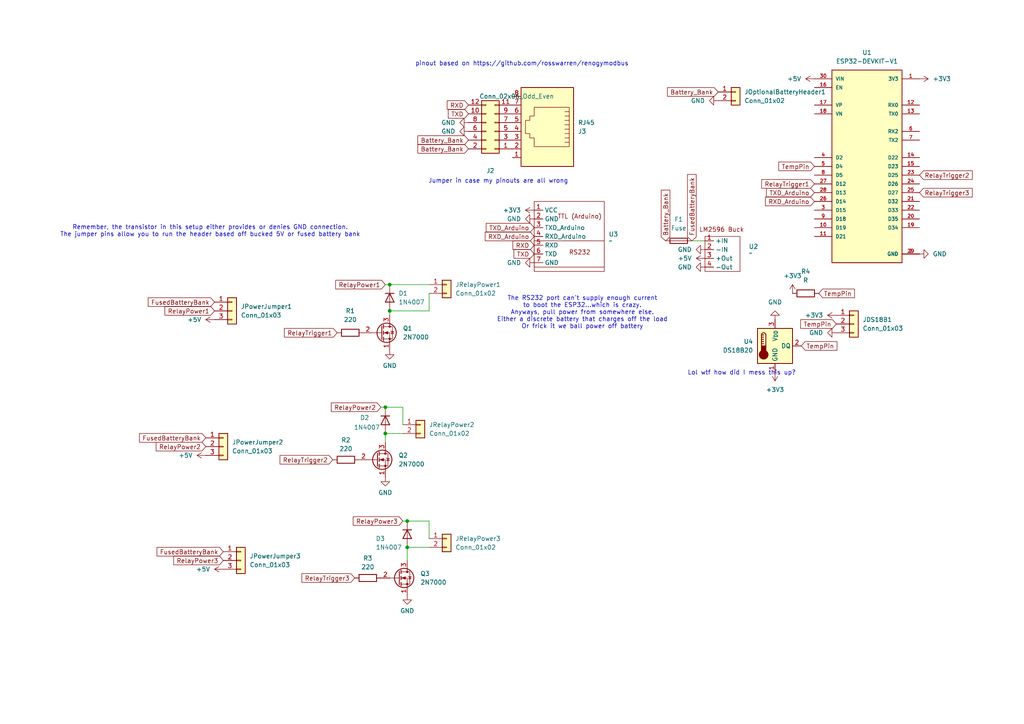
<source format=kicad_sch>
(kicad_sch (version 20231120) (generator "eeschema") (generator_version "8.0")
  (paper "A4")
  (lib_symbols
    (symbol "AE-Library:LM2596-AE"
      (property "Reference" "U" (at 0 0 0))
      (symbol "LM2596-AE_0_1"
        (rectangle (start 0 0) (end 10.16 -10.16))
      )
      (symbol "LM2596-AE_1_1"
        (text "LM2596 Buck" (at 4.826 2.032 0) (effects (font (size 1.27 1.27))))
        (pin input line (at 0 -1.27 0) (length 2.54) (name "+IN") (number "1"))
        (pin input line (at 0 -3.81 0) (length 2.54) (name "-IN") (number "2"))
        (pin input line (at 0 -6.35 0) (length 2.54) (name "+Out") (number "3"))
        (pin input line (at 0 -8.89 0) (length 2.54) (name "-Out") (number "4"))
      )
    )
    (symbol "AE-Library:TTL-RS232_Converter"
      (property "Reference" "U" (at 0 0 0))
      (symbol "TTL-RS232_Converter_0_1"
        (rectangle (start 0 -20.32) (end 20.32 -12.7))
        (rectangle (start 0 -1.27) (end 20.32 -21.59))
      )
      (symbol "TTL-RS232_Converter_1_1"
        (text "RS232" (at 13.208 -16.002 0) (effects (font (size 1.27 1.27))))
        (text "TTL (Arduino)" (at 13.208 -5.588 0) (effects (font (size 1.27 1.27))))
        (pin input line (at 0 -3.81 0) (length 2.54) (name "VCC") (number "1"))
        (pin input line (at 0 -6.35 0) (length 2.54) (name "GND") (number "2"))
        (pin input line (at 0 -8.89 0) (length 2.54) (name "TXD_Arduino") (number "3"))
        (pin input line (at 0 -11.43 0) (length 2.54) (name "RXD_Arduino") (number "4"))
        (pin input line (at 0 -13.97 0) (length 2.54) (name "RXD") (number "5"))
        (pin input line (at 0 -16.51 0) (length 2.54) (name "TXD") (number "6"))
        (pin input line (at 0 -19.05 0) (length 2.54) (name "GND") (number "7"))
      )
    )
    (symbol "Connector:RJ45" (pin_names (offset 1.016))
      (property "Reference" "J" (at -5.08 13.97 0))
      (property "Value" "RJ45" (at 2.54 13.97 0))
      (symbol "RJ45_0_1"
        (polyline (pts (xy -5.08 4.445) (xy -6.35 4.445)))
        (polyline (pts (xy -5.08 5.715) (xy -6.35 5.715)))
        (polyline (pts (xy -6.35 -3.175) (xy -5.08 -3.175) (xy -5.08 -3.175)))
        (polyline (pts (xy -6.35 -1.905) (xy -5.08 -1.905) (xy -5.08 -1.905)))
        (polyline (pts (xy -6.35 -0.635) (xy -5.08 -0.635) (xy -5.08 -0.635)))
        (polyline (pts (xy -6.35 0.635) (xy -5.08 0.635) (xy -5.08 0.635)))
        (polyline (pts (xy -6.35 1.905) (xy -5.08 1.905) (xy -5.08 1.905)))
        (polyline (pts (xy -5.08 3.175) (xy -6.35 3.175) (xy -6.35 3.175)))
        (polyline (pts (xy -6.35 -4.445) (xy -6.35 6.985) (xy 3.81 6.985) (xy 3.81 4.445) (xy 5.08 4.445) (xy 5.08 3.175) (xy 6.35 3.175) (xy 6.35 -0.635) (xy 5.08 -0.635) (xy 5.08 -1.905) (xy 3.81 -1.905) (xy 3.81 -4.445) (xy -6.35 -4.445) (xy -6.35 -4.445)))
        (rectangle (start 7.62 12.7) (end -7.62 -10.16) (stroke (width 0.254)) (fill (type background)))
      )
      (symbol "RJ45_1_1"
        (pin passive line (at 10.16 -7.62 180) (length 2.54) (name "~") (number "1"))
        (pin passive line (at 10.16 -5.08 180) (length 2.54) (name "~") (number "2"))
        (pin passive line (at 10.16 -2.54 180) (length 2.54) (name "~") (number "3"))
        (pin passive line (at 10.16 0 180) (length 2.54) (name "~") (number "4"))
        (pin passive line (at 10.16 2.54 180) (length 2.54) (name "~") (number "5"))
        (pin passive line (at 10.16 5.08 180) (length 2.54) (name "~") (number "6"))
        (pin passive line (at 10.16 7.62 180) (length 2.54) (name "~") (number "7"))
        (pin passive line (at 10.16 10.16 180) (length 2.54) (name "~") (number "8"))
      )
    )
    (symbol "Connector_Generic:Conn_01x02" (pin_names (offset 1.016) hide)
      (property "Reference" "J" (at 0 2.54 0))
      (property "Value" "Conn_01x02" (at 0 -5.08 0))
      (symbol "Conn_01x02_1_1"
        (rectangle (start -1.27 -2.413) (end 0 -2.667) (stroke (width 0.1524)))
        (rectangle (start -1.27 0.127) (end 0 -0.127) (stroke (width 0.1524)))
        (rectangle (start -1.27 1.27) (end 1.27 -3.81) (stroke (width 0.254)) (fill (type background)))
        (pin passive line (at -5.08 0 0) (length 3.81) (name "Pin_1") (number "1"))
        (pin passive line (at -5.08 -2.54 0) (length 3.81) (name "Pin_2") (number "2"))
      )
    )
    (symbol "Connector_Generic:Conn_01x03" (pin_names (offset 1.016) hide)
      (property "Reference" "J" (at 0 5.08 0))
      (property "Value" "Conn_01x03" (at 0 -5.08 0))
      (symbol "Conn_01x03_1_1"
        (rectangle (start -1.27 -2.413) (end 0 -2.667) (stroke (width 0.1524)))
        (rectangle (start -1.27 0.127) (end 0 -0.127) (stroke (width 0.1524)))
        (rectangle (start -1.27 2.667) (end 0 2.413) (stroke (width 0.1524)))
        (rectangle (start -1.27 3.81) (end 1.27 -3.81) (stroke (width 0.254)) (fill (type background)))
        (pin passive line (at -5.08 2.54 0) (length 3.81) (name "Pin_1") (number "1"))
        (pin passive line (at -5.08 0 0) (length 3.81) (name "Pin_2") (number "2"))
        (pin passive line (at -5.08 -2.54 0) (length 3.81) (name "Pin_3") (number "3"))
      )
    )
    (symbol "Connector_Generic:Conn_02x06_Odd_Even" (pin_names (offset 1.016) hide)
      (property "Reference" "J" (at 1.27 7.62 0))
      (property "Value" "Conn_02x06_Odd_Even" (at 1.27 -10.16 0))
      (symbol "Conn_02x06_Odd_Even_1_1"
        (rectangle (start -1.27 -7.493) (end 0 -7.747) (stroke (width 0.1524)))
        (rectangle (start -1.27 -4.953) (end 0 -5.207) (stroke (width 0.1524)))
        (rectangle (start -1.27 -2.413) (end 0 -2.667) (stroke (width 0.1524)))
        (rectangle (start -1.27 0.127) (end 0 -0.127) (stroke (width 0.1524)))
        (rectangle (start -1.27 2.667) (end 0 2.413) (stroke (width 0.1524)))
        (rectangle (start -1.27 5.207) (end 0 4.953) (stroke (width 0.1524)))
        (rectangle (start -1.27 6.35) (end 3.81 -8.89) (stroke (width 0.254)) (fill (type background)))
        (rectangle (start 3.81 -7.493) (end 2.54 -7.747) (stroke (width 0.1524)))
        (rectangle (start 3.81 -4.953) (end 2.54 -5.207) (stroke (width 0.1524)))
        (rectangle (start 3.81 -2.413) (end 2.54 -2.667) (stroke (width 0.1524)))
        (rectangle (start 3.81 0.127) (end 2.54 -0.127) (stroke (width 0.1524)))
        (rectangle (start 3.81 2.667) (end 2.54 2.413) (stroke (width 0.1524)))
        (rectangle (start 3.81 5.207) (end 2.54 4.953) (stroke (width 0.1524)))
        (pin passive line (at -5.08 5.08 0) (length 3.81) (name "Pin_1") (number "1"))
        (pin passive line (at 7.62 -5.08 180) (length 3.81) (name "Pin_10") (number "10"))
        (pin passive line (at -5.08 -7.62 0) (length 3.81) (name "Pin_11") (number "11"))
        (pin passive line (at 7.62 -7.62 180) (length 3.81) (name "Pin_12") (number "12"))
        (pin passive line (at 7.62 5.08 180) (length 3.81) (name "Pin_2") (number "2"))
        (pin passive line (at -5.08 2.54 0) (length 3.81) (name "Pin_3") (number "3"))
        (pin passive line (at 7.62 2.54 180) (length 3.81) (name "Pin_4") (number "4"))
        (pin passive line (at -5.08 0 0) (length 3.81) (name "Pin_5") (number "5"))
        (pin passive line (at 7.62 0 180) (length 3.81) (name "Pin_6") (number "6"))
        (pin passive line (at -5.08 -2.54 0) (length 3.81) (name "Pin_7") (number "7"))
        (pin passive line (at 7.62 -2.54 180) (length 3.81) (name "Pin_8") (number "8"))
        (pin passive line (at -5.08 -5.08 0) (length 3.81) (name "Pin_9") (number "9"))
      )
    )
    (symbol "Device:Fuse" (pin_numbers hide) (pin_names (offset 0))
      (property "Reference" "F" (at 2.032 0 90))
      (property "Value" "Fuse" (at -1.905 0 90))
      (symbol "Fuse_0_1"
        (rectangle (start -0.762 -2.54) (end 0.762 2.54) (stroke (width 0.254)))
        (polyline (pts (xy 0 2.54) (xy 0 -2.54)))
      )
      (symbol "Fuse_1_1"
        (pin passive line (at 0 3.81 270) (length 1.27) (name "~") (number "1"))
        (pin passive line (at 0 -3.81 90) (length 1.27) (name "~") (number "2"))
      )
    )
    (symbol "Device:R" (pin_numbers hide) (pin_names (offset 0))
      (property "Reference" "R" (at 2.032 0 90))
      (property "Value" "R" (at 0 0 90))
      (symbol "R_0_1"
        (rectangle (start -1.016 -2.54) (end 1.016 2.54) (stroke (width 0.254)))
      )
      (symbol "R_1_1"
        (pin passive line (at 0 3.81 270) (length 1.27) (name "~") (number "1"))
        (pin passive line (at 0 -3.81 90) (length 1.27) (name "~") (number "2"))
      )
    )
    (symbol "Diode:1N4007" (pin_numbers hide) (pin_names hide)
      (property "Reference" "D" (at 0 2.54 0))
      (property "Value" "1N4007" (at 0 -2.54 0))
      (symbol "1N4007_0_1"
        (polyline (pts (xy -1.27 1.27) (xy -1.27 -1.27)) (stroke (width 0.254)))
        (polyline (pts (xy 1.27 0) (xy -1.27 0)))
        (polyline (pts (xy 1.27 1.27) (xy 1.27 -1.27) (xy -1.27 0) (xy 1.27 1.27)) (stroke (width 0.254)))
      )
      (symbol "1N4007_1_1"
        (pin passive line (at -3.81 0 0) (length 2.54) (name "K") (number "1"))
        (pin passive line (at 3.81 0 180) (length 2.54) (name "A") (number "2"))
      )
    )
    (symbol "Sensor_Temperature:DS18B20"
      (property "Reference" "U" (at -3.81 6.35 0))
      (property "Value" "DS18B20" (at 6.35 6.35 0))
      (symbol "DS18B20_0_1"
        (rectangle (start -5.08 5.08) (end 5.08 -5.08) (stroke (width 0.254)) (fill (type background)))
        (circle (center -3.302 -2.54) (radius 1.27) (stroke (width 0.254)) (fill (type outline)))
        (rectangle (start -2.667 -1.905) (end -3.937 0) (stroke (width 0.254)) (fill (type outline)))
        (arc (start -2.667 3.175) (mid -3.302 3.8073) (end -3.937 3.175) (stroke (width 0.254)))
        (polyline (pts (xy -3.937 0.635) (xy -3.302 0.635)) (stroke (width 0.254)))
        (polyline (pts (xy -3.937 1.27) (xy -3.302 1.27)) (stroke (width 0.254)))
        (polyline (pts (xy -3.937 1.905) (xy -3.302 1.905)) (stroke (width 0.254)))
        (polyline (pts (xy -3.937 2.54) (xy -3.302 2.54)) (stroke (width 0.254)))
        (polyline (pts (xy -3.937 3.175) (xy -3.937 0)) (stroke (width 0.254)))
        (polyline (pts (xy -3.937 3.175) (xy -3.302 3.175)) (stroke (width 0.254)))
        (polyline (pts (xy -2.667 3.175) (xy -2.667 0)) (stroke (width 0.254)))
      )
      (symbol "DS18B20_1_1"
        (pin power_in line (at 0 -7.62 90) (length 2.54) (name "GND") (number "1"))
        (pin bidirectional line (at 7.62 0 180) (length 2.54) (name "DQ") (number "2"))
        (pin power_in line (at 0 7.62 270) (length 2.54) (name "V_{DD}") (number "3"))
      )
    )
    (symbol "Transistor_FET:2N7000" (pin_names hide)
      (property "Reference" "Q" (at 5.08 1.905 0))
      (property "Value" "2N7000" (at 5.08 0 0))
      (symbol "2N7000_0_1"
        (polyline (pts (xy 0.254 0) (xy -2.54 0)))
        (polyline (pts (xy 0.254 1.905) (xy 0.254 -1.905)) (stroke (width 0.254)))
        (polyline (pts (xy 0.762 -1.27) (xy 0.762 -2.286)) (stroke (width 0.254)))
        (polyline (pts (xy 0.762 0.508) (xy 0.762 -0.508)) (stroke (width 0.254)))
        (polyline (pts (xy 0.762 2.286) (xy 0.762 1.27)) (stroke (width 0.254)))
        (polyline (pts (xy 2.54 2.54) (xy 2.54 1.778)))
        (polyline (pts (xy 2.54 -2.54) (xy 2.54 0) (xy 0.762 0)))
        (polyline (pts (xy 0.762 -1.778) (xy 3.302 -1.778) (xy 3.302 1.778) (xy 0.762 1.778)))
        (polyline (pts (xy 1.016 0) (xy 2.032 0.381) (xy 2.032 -0.381) (xy 1.016 0)) (fill (type outline)))
        (polyline (pts (xy 2.794 0.508) (xy 2.921 0.381) (xy 3.683 0.381) (xy 3.81 0.254)))
        (polyline (pts (xy 3.302 0.381) (xy 2.921 -0.254) (xy 3.683 -0.254) (xy 3.302 0.381)))
        (circle (center 1.651 0) (radius 2.794) (stroke (width 0.254)))
        (circle (center 2.54 -1.778) (radius 0.254) (fill (type outline)))
        (circle (center 2.54 1.778) (radius 0.254) (fill (type outline)))
      )
      (symbol "2N7000_1_1"
        (pin passive line (at 2.54 -5.08 90) (length 2.54) (name "S") (number "1"))
        (pin input line (at -5.08 0 0) (length 2.54) (name "G") (number "2"))
        (pin passive line (at 2.54 5.08 270) (length 2.54) (name "D") (number "3"))
      )
    )
    (symbol "esp32 devkit2:ESP32-DEVKIT-V1" (pin_names (offset 1.016))
      (property "Reference" "U" (at -10.16 30.48 0))
      (property "Value" "ESP32-DEVKIT-V1" (at -10.16 -30.48 0))
      (symbol "ESP32-DEVKIT-V1_0_0"
        (rectangle (start -10.16 -27.94) (end 10.16 27.94) (stroke (width 0.254)) (fill (type background)))
        (pin output line (at 15.24 25.4 180) (length 5.08) (name "3V3") (number "1"))
        (pin bidirectional line (at -15.24 -17.78 0) (length 5.08) (name "D19") (number "10"))
        (pin bidirectional line (at -15.24 -20.32 0) (length 5.08) (name "D21") (number "11"))
        (pin input line (at 15.24 17.78 180) (length 5.08) (name "RX0") (number "12"))
        (pin output line (at 15.24 15.24 180) (length 5.08) (name "TX0") (number "13"))
        (pin bidirectional line (at 15.24 2.54 180) (length 5.08) (name "D22") (number "14"))
        (pin bidirectional line (at 15.24 0 180) (length 5.08) (name "D23") (number "15"))
        (pin input line (at -15.24 22.86 0) (length 5.08) (name "EN") (number "16"))
        (pin bidirectional line (at -15.24 17.78 0) (length 5.08) (name "VP") (number "17"))
        (pin bidirectional line (at -15.24 15.24 0) (length 5.08) (name "VN") (number "18"))
        (pin bidirectional line (at 15.24 -17.78 180) (length 5.08) (name "D34") (number "19"))
        (pin power_in line (at 15.24 -25.4 180) (length 5.08) (name "GND") (number "2"))
        (pin bidirectional line (at 15.24 -15.24 180) (length 5.08) (name "D35") (number "20"))
        (pin bidirectional line (at 15.24 -10.16 180) (length 5.08) (name "D32") (number "21"))
        (pin bidirectional line (at 15.24 -12.7 180) (length 5.08) (name "D33") (number "22"))
        (pin bidirectional line (at 15.24 -2.54 180) (length 5.08) (name "D25") (number "23"))
        (pin bidirectional line (at 15.24 -5.08 180) (length 5.08) (name "D26") (number "24"))
        (pin bidirectional line (at 15.24 -7.62 180) (length 5.08) (name "D27") (number "25"))
        (pin bidirectional line (at -15.24 -10.16 0) (length 5.08) (name "D14") (number "26"))
        (pin bidirectional line (at -15.24 -5.08 0) (length 5.08) (name "D12") (number "27"))
        (pin bidirectional line (at -15.24 -7.62 0) (length 5.08) (name "D13") (number "28"))
        (pin power_in line (at 15.24 -25.4 180) (length 5.08) (name "GND") (number "29"))
        (pin bidirectional line (at -15.24 -12.7 0) (length 5.08) (name "D15") (number "3"))
        (pin input line (at -15.24 25.4 0) (length 5.08) (name "VIN") (number "30"))
        (pin bidirectional line (at -15.24 2.54 0) (length 5.08) (name "D2") (number "4"))
        (pin bidirectional line (at -15.24 0 0) (length 5.08) (name "D4") (number "5"))
        (pin input line (at 15.24 10.16 180) (length 5.08) (name "RX2") (number "6"))
        (pin output line (at 15.24 7.62 180) (length 5.08) (name "TX2") (number "7"))
        (pin bidirectional line (at -15.24 -2.54 0) (length 5.08) (name "D5") (number "8"))
        (pin bidirectional line (at -15.24 -15.24 0) (length 5.08) (name "D18") (number "9"))
      )
    )
    (symbol "power:+3V3" (power) (pin_numbers hide) (pin_names (offset 0) hide)
      (property "Value" "+3V3" (at 0 3.556 0))
      (symbol "+3V3_0_1"
        (polyline (pts (xy -0.762 1.27) (xy 0 2.54)))
        (polyline (pts (xy 0 0) (xy 0 2.54)))
        (polyline (pts (xy 0 2.54) (xy 0.762 1.27)))
      )
      (symbol "+3V3_1_1"
        (pin power_in line (at 0 0 90) (length 0) (name "~") (number "1"))
      )
    )
    (symbol "power:+5V" (power) (pin_numbers hide) (pin_names (offset 0) hide)
      (property "Value" "+5V" (at 0 3.556 0))
      (symbol "+5V_0_1"
        (polyline (pts (xy -0.762 1.27) (xy 0 2.54)))
        (polyline (pts (xy 0 0) (xy 0 2.54)))
        (polyline (pts (xy 0 2.54) (xy 0.762 1.27)))
      )
      (symbol "+5V_1_1"
        (pin power_in line (at 0 0 90) (length 0) (name "~") (number "1"))
      )
    )
    (symbol "power:GND" (power) (pin_numbers hide) (pin_names (offset 0) hide)
      (property "Value" "GND" (at 0 -3.81 0))
      (symbol "GND_0_1"
        (polyline (pts (xy 0 0) (xy 0 -1.27) (xy 1.27 -1.27) (xy 0 -2.54) (xy -1.27 -1.27) (xy 0 -1.27)))
      )
      (symbol "GND_1_1"
        (pin power_in line (at 0 0 270) (length 0) (name "~") (number "1"))
      )
    )
  )
  (junction (at 111.76 118.11))
  (junction (at 118.11 158.75))
  (junction (at 113.03 82.55))
  (junction (at 113.03 90.17))
  (junction (at 118.11 151.13))
  (junction (at 111.76 125.73))
  (wire (pts (xy 111.76 82.55) (xy 113.03 82.55)))
  (wire (pts (xy 116.84 151.13) (xy 118.11 151.13)))
  (wire (pts (xy 110.49 118.11) (xy 111.76 118.11)))
  (wire (pts (xy 118.11 158.75) (xy 124.46 158.75)))
  (wire (pts (xy 124.46 151.13) (xy 118.11 151.13)))
  (wire (pts (xy 116.84 118.11) (xy 111.76 118.11)))
  (wire (pts (xy 113.03 82.55) (xy 124.46 82.55)))
  (wire (pts (xy 116.84 123.19) (xy 116.84 118.11)))
  (wire (pts (xy 200.66 69.85) (xy 204.47 69.85)))
  (wire (pts (xy 118.11 158.75) (xy 118.11 162.56)))
  (wire (pts (xy 124.46 156.21) (xy 124.46 151.13)))
  (wire (pts (xy 111.76 125.73) (xy 116.84 125.73)))
  (wire (pts (xy 111.76 125.73) (xy 111.76 128.27)))
  (wire (pts (xy 113.03 90.17) (xy 113.03 91.44)))
  (wire (pts (xy 124.46 90.17) (xy 124.46 85.09)))
  (wire (pts (xy 113.03 90.17) (xy 124.46 90.17)))
  (text "Lol wtf how did I mess this up?" (at 215.138 108.204 0) (effects (font (size 1.27 1.27))))
  (text "The RS232 port can't supply enough current\n to boot the ESP32...which is crazy. \nAnyways, pull power from somewhere else.\nEither a discrete battery that charges off the load\nOr frick it we ball power off battery" (at 168.91 90.678 0) (effects (font (size 1.27 1.27))))
  (text "Remember, the transistor in this setup either provides or denies GND connection.\nThe jumper pins allow you to run the header based off bucked 5V or fused battery bank" (at 60.96 67.056 0) (effects (font (size 1.27 1.27))))
  (text "Jumper in case my pinouts are all wrong" (at 144.526 52.578 0) (effects (font (size 1.27 1.27))))
  (text "pinout based on https://github.com/rosswarren/renogymodbus" (at 151.384 18.542 0) (effects (font (size 1.27 1.27))))
  (global_label "RelayTrigger2" (shape input) (at 96.52 133.35 180) (property "Intersheetrefs" "${INTERSHEET_REFS}" (effects (hide yes))))
  (global_label "RelayPower2" (shape input) (at 110.49 118.11 180) (property "Intersheetrefs" "${INTERSHEET_REFS}" (effects (hide yes))))
  (global_label "Battery_Bank" (shape input) (at 135.89 43.18 180) (property "Intersheetrefs" "${INTERSHEET_REFS}" (effects (hide yes))))
  (global_label "RXD" (shape input) (at 135.89 30.48 180) (property "Intersheetrefs" "${INTERSHEET_REFS}" (effects (hide yes))))
  (global_label "TempPin" (shape input) (at 242.57 93.98 180) (property "Intersheetrefs" "${INTERSHEET_REFS}" (effects (hide yes))))
  (global_label "RelayTrigger1" (shape input) (at 97.79 96.52 180) (property "Intersheetrefs" "${INTERSHEET_REFS}" (effects (hide yes))))
  (global_label "Battery_Bank" (shape input) (at 208.28 26.67 180) (property "Intersheetrefs" "${INTERSHEET_REFS}" (effects (hide yes))))
  (global_label "RelayTrigger3" (shape input) (at 102.87 167.64 180) (property "Intersheetrefs" "${INTERSHEET_REFS}" (effects (hide yes))))
  (global_label "RelayTrigger3" (shape input) (at 266.7 55.88 0) (property "Intersheetrefs" "${INTERSHEET_REFS}" (effects (hide yes))))
  (global_label "RelayPower3" (shape input) (at 116.84 151.13 180) (property "Intersheetrefs" "${INTERSHEET_REFS}" (effects (hide yes))))
  (global_label "TempPin" (shape input) (at 237.49 85.09 0) (property "Intersheetrefs" "${INTERSHEET_REFS}" (effects (hide yes))))
  (global_label "RelayPower1" (shape input) (at 111.76 82.55 180) (property "Intersheetrefs" "${INTERSHEET_REFS}" (effects (hide yes))))
  (global_label "RelayTrigger2" (shape input) (at 266.7 50.8 0) (property "Intersheetrefs" "${INTERSHEET_REFS}" (effects (hide yes))))
  (global_label "RelayPower3" (shape input) (at 64.77 162.56 180) (property "Intersheetrefs" "${INTERSHEET_REFS}" (effects (hide yes))))
  (global_label "Battery_Bank" (shape input) (at 135.89 40.64 180) (property "Intersheetrefs" "${INTERSHEET_REFS}" (effects (hide yes))))
  (global_label "Battery_Bank" (shape input) (at 193.04 69.85 90) (property "Intersheetrefs" "${INTERSHEET_REFS}" (effects (hide yes))))
  (global_label "TXD_Arduino" (shape input) (at 236.22 55.88 180) (property "Intersheetrefs" "${INTERSHEET_REFS}" (effects (hide yes))))
  (global_label "RXD_Arduino" (shape input) (at 236.22 58.42 180) (property "Intersheetrefs" "${INTERSHEET_REFS}" (effects (hide yes))))
  (global_label "RXD_Arduino" (shape input) (at 154.94 68.58 180) (property "Intersheetrefs" "${INTERSHEET_REFS}" (effects (hide yes))))
  (global_label "FusedBatteryBank" (shape input) (at 64.77 160.02 180) (property "Intersheetrefs" "${INTERSHEET_REFS}" (effects (hide yes))))
  (global_label "TXD" (shape input) (at 154.94 73.66 180) (property "Intersheetrefs" "${INTERSHEET_REFS}" (effects (hide yes))))
  (global_label "RXD" (shape input) (at 154.94 71.12 180) (property "Intersheetrefs" "${INTERSHEET_REFS}" (effects (hide yes))))
  (global_label "TempPin" (shape input) (at 232.41 100.33 0) (property "Intersheetrefs" "${INTERSHEET_REFS}" (effects (hide yes))))
  (global_label "FusedBatteryBank" (shape input) (at 62.23 87.63 180) (property "Intersheetrefs" "${INTERSHEET_REFS}" (effects (hide yes))))
  (global_label "RelayTrigger1" (shape input) (at 236.22 53.34 180) (property "Intersheetrefs" "${INTERSHEET_REFS}" (effects (hide yes))))
  (global_label "RelayPower1" (shape input) (at 62.23 90.17 180) (property "Intersheetrefs" "${INTERSHEET_REFS}" (effects (hide yes))))
  (global_label "TXD" (shape input) (at 135.89 33.02 180) (property "Intersheetrefs" "${INTERSHEET_REFS}" (effects (hide yes))))
  (global_label "FusedBatteryBank" (shape input) (at 59.69 127 180) (property "Intersheetrefs" "${INTERSHEET_REFS}" (effects (hide yes))))
  (global_label "FusedBatteryBank" (shape input) (at 200.66 69.85 90) (property "Intersheetrefs" "${INTERSHEET_REFS}" (effects (hide yes))))
  (global_label "TXD_Arduino" (shape input) (at 154.94 66.04 180) (property "Intersheetrefs" "${INTERSHEET_REFS}" (effects (hide yes))))
  (global_label "RelayPower2" (shape input) (at 59.69 129.54 180) (property "Intersheetrefs" "${INTERSHEET_REFS}" (effects (hide yes))))
  (global_label "TempPin" (shape input) (at 236.22 48.26 180) (property "Intersheetrefs" "${INTERSHEET_REFS}" (effects (hide yes))))
  (symbol (lib_id "power:GND") (at 111.76 138.43 0) (unit 1)
    (property "Reference" "#PWR015" (effects (hide yes)))
    (property "Value" "GND" (at 111.76 142.875 0))
  )
  (symbol (lib_id "Connector_Generic:Conn_01x02") (at 121.92 123.19 0) (unit 1)
    (property "Reference" "JRelayPower2" (at 124.46 123.1899 0) (effects (justify left)))
    (property "Value" "Conn_01x02" (at 124.46 125.7299 0) (effects (justify left)))
    (property "Footprint" "Connector_JST:JST_EH_B2B-EH-A_1x02_P2.50mm_Vertical" (effects (hide yes)))
    (property "Description" "Generic connector, single row, 01x02, script generated (kicad-library-utils/schlib/autogen/connector/)" (effects (hide yes)))
  )
  (symbol (lib_id "Diode:1N4007") (at 113.03 86.36 270) (unit 1)
    (property "Reference" "D1" (at 115.57 85.0899 90) (effects (justify left)))
    (property "Value" "1N4007" (at 115.57 87.6299 90) (effects (justify left)))
    (property "Footprint" "Diode_THT:D_DO-41_SOD81_P10.16mm_Horizontal" (effects (hide yes)))
    (property "Datasheet" "http://www.vishay.com/docs/88503/1n4001.pdf" (effects (hide yes)))
  )
  (symbol (lib_id "power:GND") (at 135.89 38.1 270) (unit 1)
    (property "Reference" "#PWR02" (effects (hide yes)))
    (property "Value" "GND" (at 132.08 38.1001 90) (effects (justify right)))
    (property "Description" "Power symbol creates a global label with name \"GND\" , ground" (effects (hide yes)))
  )
  (symbol (lib_id "power:+5V") (at 64.77 165.1 90) (unit 1)
    (property "Reference" "#PWR016" (effects (hide yes)))
    (property "Value" "+5V" (at 60.96 165.0999 90) (effects (justify left)))
    (property "Description" "Power symbol creates a global label with name \"+5V\"" (effects (hide yes)))
  )
  (symbol (lib_id "Device:R") (at 233.68 85.09 90) (unit 1)
    (property "Reference" "R4" (at 233.68 78.74 90))
    (property "Value" "R" (at 233.68 81.28 90))
    (property "Footprint" "Resistor_THT:R_Axial_DIN0411_L9.9mm_D3.6mm_P12.70mm_Horizontal" (effects (hide yes)))
    (property "Description" "Resistor" (effects (hide yes)))
  )
  (symbol (lib_id "Transistor_FET:2N7000") (at 110.49 96.52 0) (unit 1)
    (property "Reference" "Q1" (at 116.84 95.2499 0) (effects (justify left)))
    (property "Value" "2N7000" (at 116.84 97.7899 0) (effects (justify left)))
    (property "Footprint" "Package_TO_SOT_THT:TO-92_Inline" (effects (hide yes)))
    (property "Datasheet" "https://www.vishay.com/docs/70226/70226.pdf" (effects (hide yes)))
  )
  (symbol (lib_id "Connector_Generic:Conn_01x03") (at 64.77 129.54 0) (unit 1)
    (property "Reference" "JPowerJumper2" (at 67.31 128.2699 0) (effects (justify left)))
    (property "Value" "Conn_01x03" (at 67.31 130.8099 0) (effects (justify left)))
    (property "Footprint" "Connector_JST:JST_EH_B3B-EH-A_1x03_P2.50mm_Vertical" (effects (hide yes)))
    (property "Description" "Generic connector, single row, 01x03, script generated (kicad-library-utils/schlib/autogen/connector/)" (effects (hide yes)))
  )
  (symbol (lib_id "Connector_Generic:Conn_01x02") (at 129.54 82.55 0) (unit 1)
    (property "Reference" "JRelayPower1" (at 132.08 82.5499 0) (effects (justify left)))
    (property "Value" "Conn_01x02" (at 132.08 85.0899 0) (effects (justify left)))
    (property "Footprint" "Connector_JST:JST_EH_B2B-EH-A_1x02_P2.50mm_Vertical" (effects (hide yes)))
    (property "Description" "Generic connector, single row, 01x02, script generated (kicad-library-utils/schlib/autogen/connector/)" (effects (hide yes)))
  )
  (symbol (lib_id "power:GND") (at 208.28 29.21 270) (unit 1)
    (property "Reference" "#PWR020" (effects (hide yes)))
    (property "Value" "GND" (at 204.47 29.2099 90) (effects (justify right)))
    (property "Description" "Power symbol creates a global label with name \"GND\" , ground" (effects (hide yes)))
  )
  (symbol (lib_id "Sensor_Temperature:DS18B20") (at 224.79 100.33 0) (unit 1)
    (property "Reference" "U4" (at 218.44 99.0599 0) (effects (justify right)))
    (property "Value" "DS18B20" (at 218.44 101.5999 0) (effects (justify right)))
    (property "Footprint" "Package_TO_SOT_THT:TO-92_Inline" (effects (hide yes)))
    (property "Datasheet" "http://datasheets.maximintegrated.com/en/ds/DS18B20.pdf" (effects (hide yes)))
    (property "Description" "Programmable Resolution 1-Wire Digital Thermometer TO-92" (effects (hide yes)))
  )
  (symbol (lib_id "AE-Library:LM2596-AE") (at 204.47 68.58 0) (unit 1)
    (property "Reference" "U2" (at 217.17 71.4981 0) (effects (justify left)))
    (property "Value" "~" (at 217.17 73.4032 0) (effects (justify left)))
    (property "Footprint" "AE-Library:LM2596-AE" (effects (hide yes)))
  )
  (symbol (lib_id "Device:R") (at 106.68 167.64 90) (unit 1)
    (property "Reference" "R3" (at 106.68 161.925 90))
    (property "Value" "220" (at 106.68 164.465 90))
    (property "Footprint" "Resistor_THT:R_Axial_DIN0411_L9.9mm_D3.6mm_P12.70mm_Horizontal" (effects (hide yes)))
  )
  (symbol (lib_id "power:+3V3") (at 242.57 91.44 90) (unit 1)
    (property "Reference" "#PWR019" (effects (hide yes)))
    (property "Value" "+3V3" (at 238.76 91.4399 90) (effects (justify left)))
    (property "Description" "Power symbol creates a global label with name \"+3V3\"" (effects (hide yes)))
  )
  (symbol (lib_id "power:+3V3") (at 224.79 107.95 180) (unit 1)
    (property "Reference" "#PWR021" (effects (hide yes)))
    (property "Value" "+3V3" (at 224.79 113.03 0))
    (property "Description" "Power symbol creates a global label with name \"+3V3\"" (effects (hide yes)))
  )
  (symbol (lib_id "power:GND") (at 224.79 92.71 180) (unit 1)
    (property "Reference" "#PWR023" (effects (hide yes)))
    (property "Value" "GND" (at 224.79 87.63 0))
    (property "Description" "Power symbol creates a global label with name \"GND\" , ground" (effects (hide yes)))
  )
  (symbol (lib_id "power:GND") (at 113.03 101.6 0) (unit 1)
    (property "Reference" "#PWR013" (effects (hide yes)))
    (property "Value" "GND" (at 113.03 106.045 0))
  )
  (symbol (lib_id "Transistor_FET:2N7000") (at 115.57 167.64 0) (unit 1)
    (property "Reference" "Q3" (at 121.92 166.3699 0) (effects (justify left)))
    (property "Value" "2N7000" (at 121.92 168.9099 0) (effects (justify left)))
    (property "Footprint" "Package_TO_SOT_THT:TO-92_Inline" (effects (hide yes)))
    (property "Datasheet" "https://www.vishay.com/docs/70226/70226.pdf" (effects (hide yes)))
  )
  (symbol (lib_id "Connector_Generic:Conn_01x02") (at 129.54 156.21 0) (unit 1)
    (property "Reference" "JRelayPower3" (at 132.08 156.2099 0) (effects (justify left)))
    (property "Value" "Conn_01x02" (at 132.08 158.7499 0) (effects (justify left)))
    (property "Footprint" "Connector_JST:JST_EH_B2B-EH-A_1x02_P2.50mm_Vertical" (effects (hide yes)))
    (property "Description" "Generic connector, single row, 01x02, script generated (kicad-library-utils/schlib/autogen/connector/)" (effects (hide yes)))
  )
  (symbol (lib_id "power:GND") (at 118.11 172.72 0) (unit 1)
    (property "Reference" "#PWR017" (effects (hide yes)))
    (property "Value" "GND" (at 118.11 177.165 0))
  )
  (symbol (lib_id "power:+5V") (at 204.47 74.93 90) (unit 1)
    (property "Reference" "#PWR05" (effects (hide yes)))
    (property "Value" "+5V" (at 200.66 74.9299 90) (effects (justify left)))
    (property "Description" "Power symbol creates a global label with name \"+5V\"" (effects (hide yes)))
  )
  (symbol (lib_id "power:+5V") (at 59.69 132.08 90) (unit 1)
    (property "Reference" "#PWR014" (effects (hide yes)))
    (property "Value" "+5V" (at 55.88 132.0799 90) (effects (justify left)))
    (property "Description" "Power symbol creates a global label with name \"+5V\"" (effects (hide yes)))
  )
  (symbol (lib_id "power:+3V3") (at 229.87 85.09 0) (unit 1)
    (property "Reference" "#PWR018" (effects (hide yes)))
    (property "Value" "+3V3" (at 229.87 80.01 0))
    (property "Description" "Power symbol creates a global label with name \"+3V3\"" (effects (hide yes)))
  )
  (symbol (lib_id "Connector_Generic:Conn_01x03") (at 69.85 162.56 0) (unit 1)
    (property "Reference" "JPowerJumper3" (at 72.39 161.2899 0) (effects (justify left)))
    (property "Value" "Conn_01x03" (at 72.39 163.8299 0) (effects (justify left)))
    (property "Footprint" "Connector_JST:JST_EH_B3B-EH-A_1x03_P2.50mm_Vertical" (effects (hide yes)))
    (property "Description" "Generic connector, single row, 01x03, script generated (kicad-library-utils/schlib/autogen/connector/)" (effects (hide yes)))
  )
  (symbol (lib_id "power:GND") (at 204.47 72.39 270) (unit 1)
    (property "Reference" "#PWR03" (effects (hide yes)))
    (property "Value" "GND" (at 200.66 72.3899 90) (effects (justify right)))
    (property "Description" "Power symbol creates a global label with name \"GND\" , ground" (effects (hide yes)))
  )
  (symbol (lib_id "power:GND") (at 154.94 76.2 270) (unit 1)
    (property "Reference" "#PWR09" (effects (hide yes)))
    (property "Value" "GND" (at 151.13 76.2001 90) (effects (justify right)))
    (property "Description" "Power symbol creates a global label with name \"GND\" , ground" (effects (hide yes)))
  )
  (symbol (lib_id "Connector_Generic:Conn_01x03") (at 247.65 93.98 0) (unit 1)
    (property "Reference" "JDS18B1" (at 250.19 92.7099 0) (effects (justify left)))
    (property "Value" "Conn_01x03" (at 250.19 95.2499 0) (effects (justify left)))
    (property "Footprint" "Connector_JST:JST_EH_B3B-EH-A_1x03_P2.50mm_Vertical" (effects (hide yes)))
  )
  (symbol (lib_id "power:+3V3") (at 266.7 22.86 270) (unit 1)
    (property "Reference" "#PWR010" (effects (hide yes)))
    (property "Value" "+3V3" (at 270.51 22.8599 90) (effects (justify left)))
    (property "Description" "Power symbol creates a global label with name \"+3V3\"" (effects (hide yes)))
  )
  (symbol (lib_id "AE-Library:TTL-RS232_Converter") (at 154.94 57.15 0) (unit 1)
    (property "Reference" "U3" (at 176.53 67.9449 0) (effects (justify left)))
    (property "Value" "~" (at 176.53 69.85 0) (effects (justify left)))
    (property "Footprint" "AE-Library:TTL-RS232 Converter" (effects (hide yes)))
  )
  (symbol (lib_id "Connector_Generic:Conn_02x06_Odd_Even") (at 143.51 38.1 180) (unit 1)
    (property "Reference" "J2" (at 142.24 49.53 0))
    (property "Value" "Conn_02x06_Odd_Even" (at 149.86 27.94 0))
    (property "Footprint" "Connector_PinHeader_2.54mm:PinHeader_2x06_P2.54mm_Vertical" (effects (hide yes)))
    (property "Description" "Generic connector, double row, 02x06, odd/even pin numbering scheme (row 1 odd numbers, row 2 even numbers), script generated (kicad-library-utils/schlib/autogen/connector/)" (effects (hide yes)))
  )
  (symbol (lib_id "Diode:1N4007") (at 118.11 154.94 270) (unit 1)
    (property "Reference" "D3" (at 108.966 156.21 90) (effects (justify left)))
    (property "Value" "1N4007" (at 108.966 158.75 90) (effects (justify left)))
    (property "Footprint" "Diode_THT:D_DO-41_SOD81_P10.16mm_Horizontal" (effects (hide yes)))
    (property "Datasheet" "http://www.vishay.com/docs/88503/1n4001.pdf" (effects (hide yes)))
  )
  (symbol (lib_id "esp32 devkit2:ESP32-DEVKIT-V1") (at 251.46 48.26 0) (unit 1)
    (property "Reference" "U1" (at 251.46 15.24 0))
    (property "Value" "ESP32-DEVKIT-V1" (at 251.46 17.78 0))
    (property "Footprint" "kicad devkit2:MODULE_ESP32_DEVKIT_V1" (effects (hide yes)))
    (property "MF" "Do it" (effects (hide yes)))
    (property "MAXIMUM_PACKAGE_HEIGHT" "6.8 mm" (effects (hide yes)))
    (property "Package" "None" (effects (hide yes)))
    (property "Price" "None" (effects (hide yes)))
    (property "Check_prices" "https://www.snapeda.com/parts/ESP32-DEVKIT-V1/Do+it/view-part/?ref=eda" (effects (hide yes)))
    (property "STANDARD" "Manufacturer Recommendations" (effects (hide yes)))
    (property "PARTREV" "N/A" (effects (hide yes)))
    (property "SnapEDA_Link" "https://www.snapeda.com/parts/ESP32-DEVKIT-V1/Do+it/view-part/?ref=snap" (effects (hide yes)))
    (property "MP" "ESP32-DEVKIT-V1" (effects (hide yes)))
    (property "Description_1" "\nDual core, Wi-Fi: 2.4 GHz up to 150 Mbits/s,BLE (Bluetooth Low Energy) and legacy Bluetooth, 32 bits, Up to 240 MHz\n" (effects (hide yes)))
    (property "Availability" "Not in stock" (effects (hide yes)))
    (property "MANUFACTURER" "DOIT" (effects (hide yes)))
  )
  (symbol (lib_id "power:+5V") (at 236.22 22.86 90) (unit 1)
    (property "Reference" "#PWR06" (effects (hide yes)))
    (property "Value" "+5V" (at 232.41 22.8599 90) (effects (justify left)))
    (property "Description" "Power symbol creates a global label with name \"+5V\"" (effects (hide yes)))
  )
  (symbol (lib_id "power:+3V3") (at 154.94 60.96 90) (unit 1)
    (property "Reference" "#PWR08" (effects (hide yes)))
    (property "Value" "+3V3" (at 151.13 60.9599 90) (effects (justify left)))
    (property "Description" "Power symbol creates a global label with name \"+3V3\"" (effects (hide yes)))
  )
  (symbol (lib_id "Device:R") (at 100.33 133.35 90) (unit 1)
    (property "Reference" "R2" (at 100.33 127.635 90))
    (property "Value" "220" (at 100.33 130.175 90))
    (property "Footprint" "Resistor_THT:R_Axial_DIN0411_L9.9mm_D3.6mm_P12.70mm_Horizontal" (effects (hide yes)))
  )
  (symbol (lib_id "power:GND") (at 135.89 35.56 270) (unit 1)
    (property "Reference" "#PWR01" (effects (hide yes)))
    (property "Value" "GND" (at 132.08 35.5601 90) (effects (justify right)))
    (property "Description" "Power symbol creates a global label with name \"GND\" , ground" (effects (hide yes)))
  )
  (symbol (lib_id "power:+5V") (at 62.23 92.71 90) (unit 1)
    (property "Reference" "#PWR012" (effects (hide yes)))
    (property "Value" "+5V" (at 58.42 92.7099 90) (effects (justify left)))
    (property "Description" "Power symbol creates a global label with name \"+5V\"" (effects (hide yes)))
  )
  (symbol (lib_id "Device:R") (at 101.6 96.52 270) (unit 1)
    (property "Reference" "R1" (at 101.6 90.17 90))
    (property "Value" "220" (at 101.6 92.71 90))
    (property "Footprint" "Resistor_THT:R_Axial_DIN0411_L9.9mm_D3.6mm_P12.70mm_Horizontal" (effects (hide yes)))
  )
  (symbol (lib_id "power:GND") (at 266.7 73.66 90) (unit 1)
    (property "Reference" "#PWR07" (effects (hide yes)))
    (property "Value" "GND" (at 270.51 73.6599 90) (effects (justify right)))
    (property "Description" "Power symbol creates a global label with name \"GND\" , ground" (effects (hide yes)))
  )
  (symbol (lib_id "power:GND") (at 154.94 63.5 270) (unit 1)
    (property "Reference" "#PWR011" (effects (hide yes)))
    (property "Value" "GND" (at 151.13 63.5001 90) (effects (justify right)))
    (property "Description" "Power symbol creates a global label with name \"GND\" , ground" (effects (hide yes)))
  )
  (symbol (lib_id "power:GND") (at 204.47 77.47 270) (unit 1)
    (property "Reference" "#PWR04" (effects (hide yes)))
    (property "Value" "GND" (at 200.66 77.4699 90) (effects (justify right)))
    (property "Description" "Power symbol creates a global label with name \"GND\" , ground" (effects (hide yes)))
  )
  (symbol (lib_id "Diode:1N4007") (at 111.76 121.92 270) (unit 1)
    (property "Reference" "D2" (at 104.394 121.158 90) (effects (justify left)))
    (property "Value" "1N4007" (at 102.616 123.952 90) (effects (justify left)))
    (property "Footprint" "Diode_THT:D_DO-41_SOD81_P10.16mm_Horizontal" (effects (hide yes)))
    (property "Datasheet" "http://www.vishay.com/docs/88503/1n4001.pdf" (effects (hide yes)))
  )
  (symbol (lib_id "Device:Fuse") (at 196.85 69.85 90) (unit 1)
    (property "Reference" "F1" (at 196.85 63.627 90))
    (property "Value" "Fuse" (at 196.85 66.167 90))
    (property "Footprint" "Fuse:Fuseholder_Clip-5x20mm_Keystone_3512P_Inline_P23.62x7.27mm_D1.02x2.41x1.02x1.57mm_Horizontal" (effects (hide yes)))
  )
  (symbol (lib_id "Connector_Generic:Conn_01x02") (at 213.36 26.67 0) (unit 1)
    (property "Reference" "JOptionalBatteryHeader1" (at 215.9 26.6699 0) (effects (justify left)))
    (property "Value" "Conn_01x02" (at 215.9 29.2099 0) (effects (justify left)))
    (property "Footprint" "Connector_JST:JST_EH_B2B-EH-A_1x02_P2.50mm_Vertical" (effects (hide yes)))
    (property "Description" "Generic connector, single row, 01x02, script generated (kicad-library-utils/schlib/autogen/connector/)" (effects (hide yes)))
  )
  (symbol (lib_id "Connector_Generic:Conn_01x03") (at 67.31 90.17 0) (unit 1)
    (property "Reference" "JPowerJumper1" (at 69.85 88.8999 0) (effects (justify left)))
    (property "Value" "Conn_01x03" (at 69.85 91.4399 0) (effects (justify left)))
    (property "Footprint" "Connector_JST:JST_EH_B3B-EH-A_1x03_P2.50mm_Vertical" (effects (hide yes)))
    (property "Description" "Generic connector, single row, 01x03, script generated (kicad-library-utils/schlib/autogen/connector/)" (effects (hide yes)))
  )
  (symbol (lib_id "power:GND") (at 242.57 96.52 270) (unit 1)
    (property "Reference" "#PWR022" (effects (hide yes)))
    (property "Value" "GND" (at 238.76 96.5199 90) (effects (justify right)))
    (property "Description" "Power symbol creates a global label with name \"GND\" , ground" (effects (hide yes)))
  )
  (symbol (lib_id "Transistor_FET:2N7000") (at 109.22 133.35 0) (unit 1)
    (property "Reference" "Q2" (at 115.57 132.0799 0) (effects (justify left)))
    (property "Value" "2N7000" (at 115.57 134.6199 0) (effects (justify left)))
    (property "Footprint" "Package_TO_SOT_THT:TO-92_Inline" (effects (hide yes)))
    (property "Datasheet" "https://www.vishay.com/docs/70226/70226.pdf" (effects (hide yes)))
  )
  (symbol (lib_id "Connector:RJ45") (at 158.75 38.1 0) (mirror y) (unit 1)
    (property "Reference" "J3" (at 167.64 38.1001 0) (effects (justify right)))
    (property "Value" "RJ45" (at 167.64 35.5601 0) (effects (justify right)))
    (property "Footprint" "Connector_RJ:RJ45_Amphenol_54602-x08_Horizontal" (effects (hide yes)))
    (property "Description" "RJ connector, 8P8C (8 positions 8 connected)" (effects (hide yes)))
  )
)
</source>
